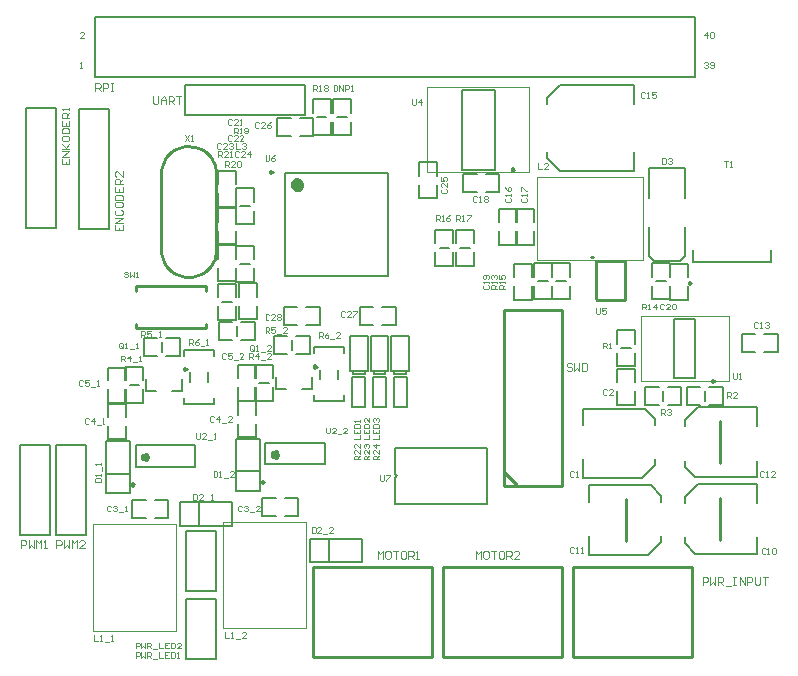
<source format=gto>
G04 Layer_Color=65535*
%FSLAX44Y44*%
%MOMM*%
G71*
G01*
G75*
%ADD36C,0.2000*%
%ADD39C,0.2500*%
%ADD41C,0.4000*%
%ADD42C,0.6000*%
%ADD53C,0.2540*%
%ADD54C,0.2032*%
%ADD55C,0.1000*%
%ADD56C,0.1524*%
%ADD57C,0.1270*%
%ADD58C,0.1200*%
D36*
X289750Y125375D02*
X291375Y127000D01*
X289750Y128625D01*
X22300Y438100D02*
X47700D01*
Y336500D02*
Y438100D01*
X22300Y336500D02*
Y438100D01*
Y336500D02*
X47700D01*
X-22700Y438500D02*
X2700D01*
Y336900D02*
Y438500D01*
X-22700Y336900D02*
Y438500D01*
Y336900D02*
X2700D01*
X196500Y296500D02*
X283500D01*
X196500Y383500D02*
X283500D01*
Y296500D02*
Y383500D01*
X196500Y296500D02*
Y383500D01*
X111500Y432300D02*
Y457700D01*
X213100D01*
X111500Y432300D02*
X213100D01*
Y457700D01*
X492000Y442000D02*
Y458000D01*
Y385000D02*
Y401000D01*
X418000Y396000D02*
Y401000D01*
Y396000D02*
X429000Y385000D01*
X492000D01*
X418000Y442000D02*
Y447000D01*
X429000Y458000D01*
X492000D01*
X374000Y386500D02*
Y453500D01*
X346000Y386500D02*
Y453500D01*
Y386500D02*
X374000D01*
X346000Y453500D02*
X374000D01*
X504500Y388000D02*
X535500D01*
X504500Y313500D02*
X509000Y309000D01*
X531000D02*
X535500Y313500D01*
X509000Y309000D02*
X531000D01*
X504500Y362000D02*
Y388000D01*
X535500Y362000D02*
Y388000D01*
Y313500D02*
Y338000D01*
X504500Y313500D02*
Y338000D01*
X608000Y308500D02*
Y318500D01*
X542000Y308500D02*
X608000D01*
X542000D02*
Y318500D01*
X526000Y260000D02*
X544000D01*
X526000Y210000D02*
X544000D01*
X526000D02*
Y260000D01*
X544000Y210000D02*
Y260000D01*
X535000Y169000D02*
Y174000D01*
X546000Y185000D01*
X596000D01*
X535000Y135000D02*
Y140000D01*
Y135000D02*
X544000Y126000D01*
X596000D01*
Y169000D02*
Y185000D01*
Y126000D02*
Y140000D01*
X515000Y71000D02*
Y76000D01*
X504000Y60000D02*
X515000Y71000D01*
X454000Y60000D02*
X504000D01*
X515000Y105000D02*
Y110000D01*
X506000Y119000D02*
X515000Y110000D01*
X454000Y119000D02*
X506000D01*
X454000Y60000D02*
Y76000D01*
Y105000D02*
Y119000D01*
X535000Y104000D02*
Y109000D01*
X546000Y120000D01*
X596000D01*
X535000Y70000D02*
Y75000D01*
Y70000D02*
X544000Y61000D01*
X596000D01*
Y104000D02*
Y120000D01*
Y61000D02*
Y75000D01*
X510000Y136000D02*
Y141000D01*
X499000Y125000D02*
X510000Y136000D01*
X449000Y125000D02*
X499000D01*
X510000Y170000D02*
Y175000D01*
X501000Y184000D02*
X510000Y175000D01*
X449000Y184000D02*
X501000D01*
X449000Y125000D02*
Y141000D01*
Y170000D02*
Y184000D01*
X289750Y103350D02*
Y125375D01*
Y128625D02*
Y150650D01*
X367750D01*
Y103350D02*
Y150650D01*
X289750Y103350D02*
X367750D01*
X241450Y209000D02*
Y217000D01*
X226450Y209000D02*
Y217000D01*
X246650Y230780D02*
Y235860D01*
X221250D02*
X246650D01*
X221250Y230780D02*
Y235860D01*
X246650Y190140D02*
Y195220D01*
X221250Y190140D02*
X246650D01*
X221250D02*
Y195220D01*
X218950Y201000D02*
Y211000D01*
X210950Y201000D02*
X218950D01*
X188950D02*
Y211000D01*
Y201000D02*
X196950D01*
X179950Y137000D02*
X229950D01*
X179950Y155000D02*
X229950D01*
X179950Y137000D02*
Y155000D01*
X229950Y137000D02*
Y155000D01*
X108950Y199000D02*
Y209000D01*
X100950Y199000D02*
X108950D01*
X78950D02*
Y209000D01*
Y199000D02*
X86950D01*
X131450Y207000D02*
Y215000D01*
X116450Y207000D02*
Y215000D01*
X136650Y228780D02*
Y233860D01*
X111250D02*
X136650D01*
X111250Y228780D02*
Y233860D01*
X136650Y188140D02*
Y193220D01*
X111250Y188140D02*
X136650D01*
X111250D02*
Y193220D01*
X69950Y135000D02*
X119950D01*
X69950Y153000D02*
X119950D01*
X69950Y135000D02*
Y153000D01*
X119950Y135000D02*
Y153000D01*
X112300Y29300D02*
Y80100D01*
Y29300D02*
X137700D01*
Y80100D01*
X112300D02*
X137700D01*
X112300Y-27700D02*
Y23100D01*
Y-27700D02*
X137700D01*
Y23100D01*
X112300D02*
X137700D01*
X2300Y76900D02*
X27700D01*
X2300D02*
Y153100D01*
X27700D01*
Y76900D02*
Y153100D01*
X-27700Y76900D02*
X-2300D01*
X-27700D02*
Y153100D01*
X-2300D01*
Y76900D02*
Y153100D01*
X543814Y464566D02*
Y515366D01*
X35814Y464566D02*
Y515366D01*
X543814D01*
X35814Y464566D02*
X543814D01*
D39*
X186000Y384250D02*
X184125Y385333D01*
Y383167D01*
X186000Y384250D01*
X390250Y386500D02*
X388375Y387583D01*
Y385417D01*
X390250Y386500D01*
X540450Y290500D02*
X538575Y291583D01*
Y289417D01*
X540450Y290500D01*
X560250Y207450D02*
X558375Y208533D01*
Y206367D01*
X560250Y207450D01*
X223200Y219500D02*
X221325Y220583D01*
Y218417D01*
X223200Y219500D01*
X178650Y122000D02*
X176775Y123083D01*
Y120918D01*
X178650Y122000D01*
X113200Y217500D02*
X111325Y218582D01*
Y216417D01*
X113200Y217500D01*
X68650Y120000D02*
X66775Y121082D01*
Y118917D01*
X68650Y120000D01*
D41*
X189950Y145000D02*
X188568Y146902D01*
X186332Y146176D01*
Y143825D01*
X188568Y143098D01*
X189950Y145000D01*
X79950Y143000D02*
X78568Y144902D01*
X76332Y144176D01*
Y141824D01*
X78568Y141098D01*
X79950Y143000D01*
D42*
X209500Y373500D02*
X208370Y375845D01*
X205832Y376425D01*
X203797Y374802D01*
Y372198D01*
X205832Y370575D01*
X208370Y371155D01*
X209500Y373500D01*
D53*
X138132Y383260D02*
X137989Y385819D01*
X137559Y388346D01*
X136849Y390810D01*
X135868Y393178D01*
X134628Y395422D01*
X133145Y397513D01*
X131437Y399424D01*
X129525Y401132D01*
X127435Y402616D01*
X125191Y403856D01*
X122823Y404837D01*
X120359Y405546D01*
X117832Y405976D01*
X115272Y406120D01*
Y295620D02*
X117832Y295763D01*
X120359Y296193D01*
X122823Y296902D01*
X125191Y297883D01*
X127435Y299123D01*
X129525Y300607D01*
X131437Y302315D01*
X133145Y304226D01*
X134628Y306317D01*
X135868Y308561D01*
X136849Y310929D01*
X137559Y313393D01*
X137989Y315920D01*
X138132Y318479D01*
X114490Y406121D02*
X111931Y405978D01*
X109403Y405548D01*
X106940Y404838D01*
X104572Y403857D01*
X102328Y402617D01*
X100237Y401134D01*
X98326Y399426D01*
X96618Y397514D01*
X95134Y395424D01*
X93894Y393180D01*
X92913Y390812D01*
X92204Y388348D01*
X91774Y385821D01*
X91630Y383261D01*
X91632Y318479D02*
X91776Y315920D01*
X92205Y313393D01*
X92915Y310929D01*
X93896Y308561D01*
X95136Y306317D01*
X96619Y304226D01*
X98328Y302315D01*
X100239Y300607D01*
X102330Y299123D01*
X104573Y297883D01*
X106942Y296902D01*
X109405Y296193D01*
X111932Y295763D01*
X114492Y295620D01*
X330000Y50000D02*
X430978D01*
Y-26000D02*
Y50000D01*
X330000Y-26000D02*
X430978D01*
X330000D02*
Y50000D01*
X220000D02*
X320978D01*
Y-26000D02*
Y50000D01*
X220000Y-26000D02*
X320978D01*
X220000D02*
Y50000D01*
X138132Y318479D02*
Y383260D01*
X91630Y318479D02*
Y383261D01*
X565001Y137719D02*
Y173279D01*
X484999Y71721D02*
Y107281D01*
X565001Y72719D02*
Y108279D01*
X460000Y277000D02*
Y309000D01*
Y277000D02*
X461000Y276000D01*
X484000D01*
Y309000D01*
X460000D02*
X484000D01*
X456000Y312000D02*
X457000D01*
X381750Y130500D02*
X393250Y119000D01*
X381749Y267750D02*
X430750D01*
X381749Y118750D02*
Y267750D01*
Y118750D02*
X430750D01*
Y267750D01*
X130000Y252500D02*
Y256000D01*
X70000Y252500D02*
Y256000D01*
Y252500D02*
X130000D01*
X70000Y284000D02*
Y287500D01*
X130000Y284000D02*
Y287500D01*
X70000D02*
X130000D01*
X440000Y50000D02*
X540978D01*
Y-26000D02*
Y50000D01*
X440000Y-26000D02*
X540978D01*
X440000D02*
Y50000D01*
D54*
X140360Y242344D02*
Y257584D01*
X151790D01*
X159410D02*
X170840D01*
Y242344D02*
Y257584D01*
X159410Y242344D02*
X170840D01*
X140360D02*
X151790D01*
X155600Y245900D02*
Y254100D01*
X172620Y278210D02*
Y290120D01*
X157380D02*
X172620D01*
X157380Y278210D02*
Y290120D01*
Y259640D02*
Y270590D01*
Y259640D02*
X172620D01*
Y270590D01*
X139844Y289640D02*
X155084D01*
Y278210D02*
Y289640D01*
Y259160D02*
Y270590D01*
X139844Y259160D02*
X155084D01*
X139844D02*
Y270590D01*
Y278210D02*
Y289640D01*
X143400Y274400D02*
X151600D01*
X154916Y291660D02*
X170156D01*
X154916D02*
Y303090D01*
Y310710D02*
Y322140D01*
X170156D01*
Y310710D02*
Y322140D01*
Y291660D02*
Y303090D01*
X158400Y306900D02*
X166600D01*
X155120Y310710D02*
Y322620D01*
X139880D02*
X155120D01*
X139880Y310710D02*
Y322620D01*
Y292140D02*
Y303090D01*
Y292140D02*
X155120D01*
Y303090D01*
X155120Y341910D02*
Y353820D01*
X139880D02*
X155120D01*
X139880Y341910D02*
Y353820D01*
Y323340D02*
Y334290D01*
Y323340D02*
X155120D01*
Y334290D01*
X154916Y340360D02*
X170156D01*
X154916D02*
Y351790D01*
Y359410D02*
Y370840D01*
X170156D01*
Y359410D02*
Y370840D01*
Y340360D02*
Y351790D01*
X158400Y355600D02*
X166600D01*
X139880Y354880D02*
Y366790D01*
Y354880D02*
X155120D01*
Y366790D01*
Y374410D02*
Y385360D01*
X139880D02*
X155120D01*
X139880Y374410D02*
Y385360D01*
X189880Y430120D02*
X201790D01*
X189880Y414880D02*
Y430120D01*
Y414880D02*
X201790D01*
X209410D02*
X220360D01*
Y430120D01*
X209410D02*
X220360D01*
X522380Y276180D02*
Y288090D01*
Y276180D02*
X537620D01*
Y288090D01*
Y295710D02*
Y306660D01*
X522380D02*
X537620D01*
X522380Y295710D02*
Y306660D01*
X507416Y276660D02*
X522656D01*
X507416D02*
Y288090D01*
Y295710D02*
Y307140D01*
X522656D01*
Y295710D02*
Y307140D01*
Y276660D02*
Y288090D01*
X510900Y291900D02*
X519100D01*
X601910Y232380D02*
X613820D01*
Y247620D01*
X601910D02*
X613820D01*
X583340D02*
X594290D01*
X583340Y232380D02*
Y247620D01*
Y232380D02*
X594290D01*
X501660Y187344D02*
Y202584D01*
X513090D01*
X520710D02*
X532140D01*
Y187344D02*
Y202584D01*
X520710Y187344D02*
X532140D01*
X501660D02*
X513090D01*
X516900Y190900D02*
Y199100D01*
X536660Y187344D02*
Y202584D01*
X548090D01*
X555710D02*
X567140D01*
Y187344D02*
Y202584D01*
X555710Y187344D02*
X567140D01*
X536660D02*
X548090D01*
X551900Y190900D02*
Y199100D01*
X477380Y187380D02*
Y199290D01*
Y187380D02*
X492620D01*
Y199290D01*
Y206910D02*
Y217860D01*
X477380D02*
X492620D01*
X477380Y206910D02*
Y217860D01*
X477344Y250340D02*
X492584D01*
Y238910D02*
Y250340D01*
Y219860D02*
Y231290D01*
X477344Y219860D02*
X492584D01*
X477344D02*
Y231290D01*
Y238910D02*
Y250340D01*
X480900Y235100D02*
X489100D01*
X392380Y322380D02*
Y334290D01*
Y322380D02*
X407620D01*
Y334290D01*
Y341910D02*
Y352860D01*
X392380D02*
X407620D01*
X392380Y341910D02*
Y352860D01*
X377380Y322380D02*
Y334290D01*
Y322380D02*
X392620D01*
Y334290D01*
Y341910D02*
Y352860D01*
X377380D02*
X392620D01*
X377380Y341910D02*
Y352860D01*
X347380Y382620D02*
X359290D01*
X347380Y367380D02*
Y382620D01*
Y367380D02*
X359290D01*
X366910D02*
X377860D01*
Y382620D01*
X366910D02*
X377860D01*
X325120Y380710D02*
Y392620D01*
X309880D02*
X325120D01*
X309880Y380710D02*
Y392620D01*
Y362140D02*
Y373090D01*
Y362140D02*
X325120D01*
Y373090D01*
X422344Y307140D02*
X437584D01*
Y295710D02*
Y307140D01*
Y276660D02*
Y288090D01*
X422344Y276660D02*
X437584D01*
X422344D02*
Y288090D01*
Y295710D02*
Y307140D01*
X425900Y291900D02*
X434100D01*
X407416Y276660D02*
X422656D01*
X407416D02*
Y288090D01*
Y295710D02*
Y307140D01*
X422656D01*
Y295710D02*
Y307140D01*
Y276660D02*
Y288090D01*
X410900Y291900D02*
X419100D01*
X390380Y276380D02*
Y288290D01*
Y276380D02*
X405620D01*
Y288290D01*
Y295910D02*
Y306860D01*
X390380D02*
X405620D01*
X390380Y295910D02*
Y306860D01*
X278210Y254880D02*
X290120D01*
Y270120D01*
X278210D02*
X290120D01*
X259640D02*
X270590D01*
X259640Y254880D02*
Y270120D01*
Y254880D02*
X270590D01*
X214410D02*
X226320D01*
Y270120D01*
X214410D02*
X226320D01*
X195840D02*
X206790D01*
X195840Y254880D02*
Y270120D01*
Y254880D02*
X206790D01*
X186810Y230344D02*
Y245584D01*
X198240D01*
X205860D02*
X217290D01*
Y230344D02*
Y245584D01*
X205860Y230344D02*
X217290D01*
X186810D02*
X198240D01*
X202050Y233900D02*
Y242100D01*
X171366Y190860D02*
X186606D01*
X171366D02*
Y202290D01*
Y209910D02*
Y221340D01*
X186606D01*
Y209910D02*
Y221340D01*
Y190860D02*
Y202290D01*
X174850Y206100D02*
X183050D01*
X156330Y190380D02*
Y202290D01*
Y190380D02*
X171570D01*
Y202290D01*
Y209910D02*
Y220860D01*
X156330D02*
X171570D01*
X156330Y209910D02*
Y220860D01*
X171570Y178710D02*
Y190620D01*
X156330D02*
X171570D01*
X156330Y178710D02*
Y190620D01*
Y160140D02*
Y171090D01*
Y160140D02*
X171570D01*
Y171090D01*
X76810Y228344D02*
Y243584D01*
X88240D01*
X95860D02*
X107290D01*
Y228344D02*
Y243584D01*
X95860Y228344D02*
X107290D01*
X76810D02*
X88240D01*
X92050Y231900D02*
Y240100D01*
X61366Y188860D02*
X76606D01*
X61366D02*
Y200290D01*
Y207910D02*
Y219340D01*
X76606D01*
Y207910D02*
Y219340D01*
Y188860D02*
Y200290D01*
X64850Y204100D02*
X73050D01*
X46330Y188380D02*
Y200290D01*
Y188380D02*
X61570D01*
Y200290D01*
Y207910D02*
Y218860D01*
X46330D02*
X61570D01*
X46330Y207910D02*
Y218860D01*
X61570Y176710D02*
Y188620D01*
X46330D02*
X61570D01*
X46330Y176710D02*
Y188620D01*
Y158140D02*
Y169090D01*
Y158140D02*
X61570D01*
Y169090D01*
X177330Y108620D02*
X189240D01*
X177330Y93380D02*
Y108620D01*
Y93380D02*
X189240D01*
X196860D02*
X207810D01*
Y108620D01*
X196860D02*
X207810D01*
X67330Y106620D02*
X79240D01*
X67330Y91380D02*
Y106620D01*
Y91380D02*
X79240D01*
X86860D02*
X97810D01*
Y106620D01*
X86860D02*
X97810D01*
X219916Y415360D02*
X235156D01*
X219916D02*
Y426790D01*
Y434410D02*
Y445840D01*
X235156D01*
Y434410D02*
Y445840D01*
Y415360D02*
Y426790D01*
X223400Y430600D02*
X231600D01*
X237344Y445840D02*
X252584D01*
Y434410D02*
Y445840D01*
Y415360D02*
Y426790D01*
X237344Y415360D02*
X252584D01*
X237344D02*
Y426790D01*
Y434410D02*
Y445840D01*
X240900Y430600D02*
X249100D01*
X341416Y304860D02*
X356656D01*
X341416D02*
Y316290D01*
Y323910D02*
Y335340D01*
X356656D01*
Y323910D02*
Y335340D01*
Y304860D02*
Y316290D01*
X344900Y320100D02*
X353100D01*
X323916Y304860D02*
X339156D01*
X323916D02*
Y316290D01*
Y323910D02*
Y335340D01*
X339156D01*
Y323910D02*
Y335340D01*
Y304860D02*
Y316290D01*
X327400Y320100D02*
X335600D01*
D55*
X403500Y384000D02*
Y456000D01*
X316500Y384000D02*
Y456000D01*
Y384000D02*
X403500D01*
X316500Y456000D02*
X403500D01*
X497500Y207500D02*
Y262500D01*
X572500D01*
X497500Y207500D02*
X572500D01*
Y262500D01*
X213950Y-2000D02*
Y88000D01*
X143950Y-2000D02*
X213950D01*
X143950D02*
Y88000D01*
X213950D01*
X103950Y-4000D02*
Y86000D01*
X33950Y-4000D02*
X103950D01*
X33950D02*
Y86000D01*
X103950D01*
X410000Y310000D02*
X500000D01*
X410000D02*
Y380000D01*
X500000D01*
Y310000D02*
Y380000D01*
D56*
X289000Y213000D02*
Y215500D01*
Y213000D02*
X299000D01*
Y215500D01*
X301500D02*
Y245500D01*
X286500Y215500D02*
X301500D01*
X286500D02*
Y245500D01*
X301500D01*
X271500Y213000D02*
Y215500D01*
Y213000D02*
X281500D01*
Y215500D01*
X284000D02*
Y245500D01*
X269000Y215500D02*
X284000D01*
X269000D02*
Y245500D01*
X284000D01*
X254000Y213000D02*
Y215500D01*
Y213000D02*
X264000D01*
Y215500D01*
X266500D02*
Y245500D01*
X251500Y215500D02*
X266500D01*
X251500D02*
Y245500D01*
X266500D01*
D57*
X299500Y208500D02*
Y210500D01*
X288500D02*
X299500D01*
X288500Y208500D02*
Y210500D01*
X299500Y185500D02*
Y187500D01*
X288500Y185500D02*
X299500D01*
X288500D02*
Y187500D01*
Y208500D01*
X299500Y187500D02*
Y208500D01*
X282000D02*
Y210500D01*
X271000D02*
X282000D01*
X271000Y208500D02*
Y210500D01*
X282000Y185500D02*
Y187500D01*
X271000Y185500D02*
X282000D01*
X271000D02*
Y187500D01*
Y208500D01*
X282000Y187500D02*
Y208500D01*
X264500D02*
Y210500D01*
X253500D02*
X264500D01*
X253500Y208500D02*
Y210500D01*
X264500Y185500D02*
Y187500D01*
X253500Y185500D02*
X264500D01*
X253500D02*
Y187500D01*
Y208500D01*
X264500Y187500D02*
Y208500D01*
X44950Y129000D02*
X64950D01*
X44950Y112500D02*
X64950D01*
X62450Y156500D02*
X64950D01*
Y154000D02*
Y156500D01*
X44950D02*
X62450D01*
X44950Y154000D02*
Y156500D01*
X64950Y112500D02*
Y116500D01*
X44950Y112500D02*
Y116500D01*
X64950D02*
Y154000D01*
X44950Y116500D02*
Y154000D01*
X154950Y131000D02*
X174950D01*
X154950Y114500D02*
X174950D01*
X172450Y158500D02*
X174950D01*
Y156000D02*
Y158500D01*
X154950D02*
X172450D01*
X154950Y156000D02*
Y158500D01*
X174950Y114500D02*
Y118500D01*
X154950Y114500D02*
Y118500D01*
X174950D02*
Y156000D01*
X154950Y118500D02*
Y156000D01*
X234000Y54000D02*
Y74000D01*
X217500Y54000D02*
Y74000D01*
X261500Y54000D02*
Y56500D01*
X259000Y54000D02*
X261500D01*
Y56500D02*
Y74000D01*
X259000D02*
X261500D01*
X217500Y54000D02*
X221500D01*
X217500Y74000D02*
X221500D01*
Y54000D02*
X259000D01*
X221500Y74000D02*
X259000D01*
X124000Y85000D02*
Y105000D01*
X107500Y85000D02*
Y105000D01*
X151500Y85000D02*
Y87500D01*
X149000Y85000D02*
X151500D01*
Y87500D02*
Y105000D01*
X149000D02*
X151500D01*
X107500Y85000D02*
X111500D01*
X107500Y105000D02*
X111500D01*
Y85000D02*
X149000D01*
X111500Y105000D02*
X149000D01*
D58*
X358000Y57000D02*
Y63498D01*
X360166Y61332D01*
X362332Y63498D01*
Y57000D01*
X367747Y63498D02*
X365581D01*
X364498Y62415D01*
Y58083D01*
X365581Y57000D01*
X367747D01*
X368830Y58083D01*
Y62415D01*
X367747Y63498D01*
X370996D02*
X375328D01*
X373162D01*
Y57000D01*
X380743Y63498D02*
X378577D01*
X377494Y62415D01*
Y58083D01*
X378577Y57000D01*
X380743D01*
X381826Y58083D01*
Y62415D01*
X380743Y63498D01*
X383992Y57000D02*
Y63498D01*
X387241D01*
X388324Y62415D01*
Y60249D01*
X387241Y59166D01*
X383992D01*
X386158D02*
X388324Y57000D01*
X394822D02*
X390490D01*
X394822Y61332D01*
Y62415D01*
X393739Y63498D01*
X391572D01*
X390490Y62415D01*
X275000Y57000D02*
Y63498D01*
X277166Y61332D01*
X279332Y63498D01*
Y57000D01*
X284747Y63498D02*
X282581D01*
X281498Y62415D01*
Y58083D01*
X282581Y57000D01*
X284747D01*
X285830Y58083D01*
Y62415D01*
X284747Y63498D01*
X287996D02*
X292328D01*
X290162D01*
Y57000D01*
X297743Y63498D02*
X295577D01*
X294494Y62415D01*
Y58083D01*
X295577Y57000D01*
X297743D01*
X298826Y58083D01*
Y62415D01*
X297743Y63498D01*
X300992Y57000D02*
Y63498D01*
X304241D01*
X305324Y62415D01*
Y60249D01*
X304241Y59166D01*
X300992D01*
X303158D02*
X305324Y57000D01*
X307489D02*
X309655D01*
X308573D01*
Y63498D01*
X307489Y62415D01*
X146000Y389000D02*
Y393998D01*
X148499D01*
X149332Y393165D01*
Y391499D01*
X148499Y390666D01*
X146000D01*
X147666D02*
X149332Y389000D01*
X154331D02*
X150998D01*
X154331Y392332D01*
Y393165D01*
X153497Y393998D01*
X151831D01*
X150998Y393165D01*
X155997D02*
X156830Y393998D01*
X158496D01*
X159329Y393165D01*
Y389833D01*
X158496Y389000D01*
X156830D01*
X155997Y389833D01*
Y393165D01*
X157332Y401165D02*
X156499Y401998D01*
X154833D01*
X154000Y401165D01*
Y397833D01*
X154833Y397000D01*
X156499D01*
X157332Y397833D01*
X162331Y397000D02*
X158998D01*
X162331Y400332D01*
Y401165D01*
X161497Y401998D01*
X159831D01*
X158998Y401165D01*
X166496Y397000D02*
Y401998D01*
X163997Y399499D01*
X167329D01*
X140000Y397000D02*
Y401998D01*
X142499D01*
X143332Y401165D01*
Y399499D01*
X142499Y398666D01*
X140000D01*
X141666D02*
X143332Y397000D01*
X148331D02*
X144998D01*
X148331Y400332D01*
Y401165D01*
X147498Y401998D01*
X145831D01*
X144998Y401165D01*
X149997Y397000D02*
X151663D01*
X150830D01*
Y401998D01*
X149997Y401165D01*
X155000Y408998D02*
Y404000D01*
X158332D01*
X159998Y408165D02*
X160831Y408998D01*
X162498D01*
X163331Y408165D01*
Y407332D01*
X162498Y406499D01*
X161665D01*
X162498D01*
X163331Y405666D01*
Y404833D01*
X162498Y404000D01*
X160831D01*
X159998Y404833D01*
X142332Y408165D02*
X141499Y408998D01*
X139833D01*
X139000Y408165D01*
Y404833D01*
X139833Y404000D01*
X141499D01*
X142332Y404833D01*
X147331Y404000D02*
X143998D01*
X147331Y407332D01*
Y408165D01*
X146497Y408998D01*
X144831D01*
X143998Y408165D01*
X148997D02*
X149830Y408998D01*
X151496D01*
X152329Y408165D01*
Y407332D01*
X151496Y406499D01*
X150663D01*
X151496D01*
X152329Y405666D01*
Y404833D01*
X151496Y404000D01*
X149830D01*
X148997Y404833D01*
X151332Y415165D02*
X150499Y415998D01*
X148833D01*
X148000Y415165D01*
Y411833D01*
X148833Y411000D01*
X150499D01*
X151332Y411833D01*
X156331Y411000D02*
X152998D01*
X156331Y414332D01*
Y415165D01*
X155498Y415998D01*
X153831D01*
X152998Y415165D01*
X161329Y411000D02*
X157997D01*
X161329Y414332D01*
Y415165D01*
X160496Y415998D01*
X158830D01*
X157997Y415165D01*
X153000Y417000D02*
Y421998D01*
X155499D01*
X156332Y421165D01*
Y419499D01*
X155499Y418666D01*
X153000D01*
X154666D02*
X156332Y417000D01*
X157998D02*
X159664D01*
X158831D01*
Y421998D01*
X157998Y421165D01*
X162164Y417833D02*
X162997Y417000D01*
X164663D01*
X165496Y417833D01*
Y421165D01*
X164663Y421998D01*
X162997D01*
X162164Y421165D01*
Y420332D01*
X162997Y419499D01*
X165496D01*
X151332Y428165D02*
X150499Y428998D01*
X148833D01*
X148000Y428165D01*
Y424833D01*
X148833Y424000D01*
X150499D01*
X151332Y424833D01*
X156331Y424000D02*
X152998D01*
X156331Y427332D01*
Y428165D01*
X155498Y428998D01*
X153831D01*
X152998Y428165D01*
X157997Y424000D02*
X159663D01*
X158830D01*
Y428998D01*
X157997Y428165D01*
X112000Y415998D02*
X115332Y411000D01*
Y415998D02*
X112000Y411000D01*
X116998D02*
X118665D01*
X117831D01*
Y415998D01*
X116998Y415165D01*
X52502Y339332D02*
Y335000D01*
X59000D01*
Y339332D01*
X55751Y335000D02*
Y337166D01*
X59000Y341498D02*
X52502D01*
X59000Y345830D01*
X52502D01*
X53585Y352328D02*
X52502Y351245D01*
Y349079D01*
X53585Y347996D01*
X57917D01*
X59000Y349079D01*
Y351245D01*
X57917Y352328D01*
X52502Y357743D02*
Y355577D01*
X53585Y354494D01*
X57917D01*
X59000Y355577D01*
Y357743D01*
X57917Y358826D01*
X53585D01*
X52502Y357743D01*
Y360992D02*
X59000D01*
Y364241D01*
X57917Y365324D01*
X53585D01*
X52502Y364241D01*
Y360992D01*
Y371822D02*
Y367490D01*
X59000D01*
Y371822D01*
X55751Y367490D02*
Y369655D01*
X59000Y373987D02*
X52502D01*
Y377236D01*
X53585Y378319D01*
X55751D01*
X56834Y377236D01*
Y373987D01*
Y376153D02*
X59000Y378319D01*
Y384817D02*
Y380485D01*
X54668Y384817D01*
X53585D01*
X52502Y383734D01*
Y381568D01*
X53585Y380485D01*
X7502Y395332D02*
Y391000D01*
X14000D01*
Y395332D01*
X10751Y391000D02*
Y393166D01*
X14000Y397498D02*
X7502D01*
X14000Y401830D01*
X7502D01*
Y403996D02*
X14000D01*
X11834D01*
X7502Y408328D01*
X10751Y405079D01*
X14000Y408328D01*
X7502Y413743D02*
Y411577D01*
X8585Y410494D01*
X12917D01*
X14000Y411577D01*
Y413743D01*
X12917Y414826D01*
X8585D01*
X7502Y413743D01*
Y416992D02*
X14000D01*
Y420241D01*
X12917Y421324D01*
X8585D01*
X7502Y420241D01*
Y416992D01*
Y427822D02*
Y423489D01*
X14000D01*
Y427822D01*
X10751Y423489D02*
Y425656D01*
X14000Y429987D02*
X7502D01*
Y433236D01*
X8585Y434319D01*
X10751D01*
X11834Y433236D01*
Y429987D01*
Y432153D02*
X14000Y434319D01*
Y436485D02*
Y438651D01*
Y437568D01*
X7502D01*
X8585Y436485D01*
X180000Y398998D02*
Y394833D01*
X180833Y394000D01*
X182499D01*
X183332Y394833D01*
Y398998D01*
X188331D02*
X186665Y398165D01*
X184998Y396499D01*
Y394833D01*
X185831Y394000D01*
X187498D01*
X188331Y394833D01*
Y395666D01*
X187498Y396499D01*
X184998D01*
X174332Y426165D02*
X173499Y426998D01*
X171833D01*
X171000Y426165D01*
Y422833D01*
X171833Y422000D01*
X173499D01*
X174332Y422833D01*
X179331Y422000D02*
X175998D01*
X179331Y425332D01*
Y426165D01*
X178498Y426998D01*
X176831D01*
X175998Y426165D01*
X184329Y426998D02*
X182663Y426165D01*
X180997Y424499D01*
Y422833D01*
X181830Y422000D01*
X183496D01*
X184329Y422833D01*
Y423666D01*
X183496Y424499D01*
X180997D01*
X85000Y448498D02*
Y443083D01*
X86083Y442000D01*
X88249D01*
X89332Y443083D01*
Y448498D01*
X91498Y442000D02*
Y446332D01*
X93664Y448498D01*
X95830Y446332D01*
Y442000D01*
Y445249D01*
X91498D01*
X97996Y442000D02*
Y448498D01*
X101245D01*
X102328Y447415D01*
Y445249D01*
X101245Y444166D01*
X97996D01*
X100162D02*
X102328Y442000D01*
X104494Y448498D02*
X108826D01*
X106660D01*
Y442000D01*
X501332Y451165D02*
X500499Y451998D01*
X498833D01*
X498000Y451165D01*
Y447833D01*
X498833Y447000D01*
X500499D01*
X501332Y447833D01*
X502998Y447000D02*
X504664D01*
X503831D01*
Y451998D01*
X502998Y451165D01*
X510496Y451998D02*
X507164D01*
Y449499D01*
X508830Y450332D01*
X509663D01*
X510496Y449499D01*
Y447833D01*
X509663Y447000D01*
X507997D01*
X507164Y447833D01*
X304000Y445998D02*
Y441833D01*
X304833Y441000D01*
X306499D01*
X307332Y441833D01*
Y445998D01*
X311497Y441000D02*
Y445998D01*
X308998Y443499D01*
X312331D01*
X516000Y395998D02*
Y391000D01*
X518499D01*
X519332Y391833D01*
Y395165D01*
X518499Y395998D01*
X516000D01*
X520998Y395165D02*
X521831Y395998D01*
X523498D01*
X524331Y395165D01*
Y394332D01*
X523498Y393499D01*
X522664D01*
X523498D01*
X524331Y392666D01*
Y391833D01*
X523498Y391000D01*
X521831D01*
X520998Y391833D01*
X568000Y393998D02*
X571332D01*
X569666D01*
Y389000D01*
X572998D02*
X574664D01*
X573831D01*
Y393998D01*
X572998Y393165D01*
X517332Y272165D02*
X516499Y272998D01*
X514833D01*
X514000Y272165D01*
Y268833D01*
X514833Y268000D01*
X516499D01*
X517332Y268833D01*
X522331Y268000D02*
X518998D01*
X522331Y271332D01*
Y272165D01*
X521497Y272998D01*
X519831D01*
X518998Y272165D01*
X523997D02*
X524830Y272998D01*
X526496D01*
X527329Y272165D01*
Y268833D01*
X526496Y268000D01*
X524830D01*
X523997Y268833D01*
Y272165D01*
X499000Y268000D02*
Y272998D01*
X501499D01*
X502332Y272165D01*
Y270499D01*
X501499Y269666D01*
X499000D01*
X500666D02*
X502332Y268000D01*
X503998D02*
X505664D01*
X504831D01*
Y272998D01*
X503998Y272165D01*
X510663Y268000D02*
Y272998D01*
X508164Y270499D01*
X511496D01*
X576000Y213998D02*
Y209833D01*
X576833Y209000D01*
X578499D01*
X579332Y209833D01*
Y213998D01*
X580998Y209000D02*
X582664D01*
X581831D01*
Y213998D01*
X580998Y213165D01*
X597332Y256165D02*
X596499Y256998D01*
X594833D01*
X594000Y256165D01*
Y252833D01*
X594833Y252000D01*
X596499D01*
X597332Y252833D01*
X598998Y252000D02*
X600664D01*
X599831D01*
Y256998D01*
X598998Y256165D01*
X603164D02*
X603997Y256998D01*
X605663D01*
X606496Y256165D01*
Y255332D01*
X605663Y254499D01*
X604830D01*
X605663D01*
X606496Y253666D01*
Y252833D01*
X605663Y252000D01*
X603997D01*
X603164Y252833D01*
X515000Y179000D02*
Y183998D01*
X517499D01*
X518332Y183165D01*
Y181499D01*
X517499Y180666D01*
X515000D01*
X516666D02*
X518332Y179000D01*
X519998Y183165D02*
X520831Y183998D01*
X522498D01*
X523331Y183165D01*
Y182332D01*
X522498Y181499D01*
X521665D01*
X522498D01*
X523331Y180666D01*
Y179833D01*
X522498Y179000D01*
X520831D01*
X519998Y179833D01*
X571000Y193000D02*
Y197998D01*
X573499D01*
X574332Y197165D01*
Y195499D01*
X573499Y194666D01*
X571000D01*
X572666D02*
X574332Y193000D01*
X579331D02*
X575998D01*
X579331Y196332D01*
Y197165D01*
X578498Y197998D01*
X576831D01*
X575998Y197165D01*
X602332Y130165D02*
X601499Y130998D01*
X599833D01*
X599000Y130165D01*
Y126833D01*
X599833Y126000D01*
X601499D01*
X602332Y126833D01*
X603998Y126000D02*
X605664D01*
X604831D01*
Y130998D01*
X603998Y130165D01*
X611496Y126000D02*
X608164D01*
X611496Y129332D01*
Y130165D01*
X610663Y130998D01*
X608997D01*
X608164Y130165D01*
X441332Y66165D02*
X440499Y66998D01*
X438833D01*
X438000Y66165D01*
Y62833D01*
X438833Y62000D01*
X440499D01*
X441332Y62833D01*
X442998Y62000D02*
X444664D01*
X443831D01*
Y66998D01*
X442998Y66165D01*
X447164Y62000D02*
X448830D01*
X447997D01*
Y66998D01*
X447164Y66165D01*
X603332Y65165D02*
X602499Y65998D01*
X600833D01*
X600000Y65165D01*
Y61833D01*
X600833Y61000D01*
X602499D01*
X603332Y61833D01*
X604998Y61000D02*
X606665D01*
X605831D01*
Y65998D01*
X604998Y65165D01*
X609164D02*
X609997Y65998D01*
X611663D01*
X612496Y65165D01*
Y61833D01*
X611663Y61000D01*
X609997D01*
X609164Y61833D01*
Y65165D01*
X441332Y130165D02*
X440499Y130998D01*
X438833D01*
X438000Y130165D01*
Y126833D01*
X438833Y126000D01*
X440499D01*
X441332Y126833D01*
X442998Y126000D02*
X444664D01*
X443831D01*
Y130998D01*
X442998Y130165D01*
X469332Y200165D02*
X468499Y200998D01*
X466833D01*
X466000Y200165D01*
Y196833D01*
X466833Y196000D01*
X468499D01*
X469332Y196833D01*
X474331Y196000D02*
X470998D01*
X474331Y199332D01*
Y200165D01*
X473498Y200998D01*
X471831D01*
X470998Y200165D01*
X466000Y235000D02*
Y239998D01*
X468499D01*
X469332Y239165D01*
Y237499D01*
X468499Y236666D01*
X466000D01*
X467666D02*
X469332Y235000D01*
X470998D02*
X472664D01*
X471831D01*
Y239998D01*
X470998Y239165D01*
X460000Y268998D02*
Y264833D01*
X460833Y264000D01*
X462499D01*
X463332Y264833D01*
Y268998D01*
X468331D02*
X464998D01*
Y266499D01*
X466665Y267332D01*
X467497D01*
X468331Y266499D01*
Y264833D01*
X467497Y264000D01*
X465831D01*
X464998Y264833D01*
X396835Y362332D02*
X396002Y361499D01*
Y359833D01*
X396835Y359000D01*
X400167D01*
X401000Y359833D01*
Y361499D01*
X400167Y362332D01*
X401000Y363998D02*
Y365664D01*
Y364831D01*
X396002D01*
X396835Y363998D01*
X396002Y368164D02*
Y371496D01*
X396835D01*
X400167Y368164D01*
X401000D01*
X383835Y362332D02*
X383002Y361499D01*
Y359833D01*
X383835Y359000D01*
X387167D01*
X388000Y359833D01*
Y361499D01*
X387167Y362332D01*
X388000Y363998D02*
Y365664D01*
Y364831D01*
X383002D01*
X383835Y363998D01*
X383002Y371496D02*
X383835Y369830D01*
X385501Y368164D01*
X387167D01*
X388000Y368997D01*
Y370663D01*
X387167Y371496D01*
X386334D01*
X385501Y370663D01*
Y368164D01*
X359332Y363165D02*
X358499Y363998D01*
X356833D01*
X356000Y363165D01*
Y359833D01*
X356833Y359000D01*
X358499D01*
X359332Y359833D01*
X360998Y359000D02*
X362664D01*
X361831D01*
Y363998D01*
X360998Y363165D01*
X365164D02*
X365997Y363998D01*
X367663D01*
X368496Y363165D01*
Y362332D01*
X367663Y361499D01*
X368496Y360666D01*
Y359833D01*
X367663Y359000D01*
X365997D01*
X365164Y359833D01*
Y360666D01*
X365997Y361499D01*
X365164Y362332D01*
Y363165D01*
X365997Y361499D02*
X367663D01*
X329835Y370332D02*
X329002Y369499D01*
Y367833D01*
X329835Y367000D01*
X333167D01*
X334000Y367833D01*
Y369499D01*
X333167Y370332D01*
X334000Y375331D02*
Y371998D01*
X330668Y375331D01*
X329835D01*
X329002Y374497D01*
Y372831D01*
X329835Y371998D01*
X329002Y380329D02*
Y376997D01*
X331501D01*
X330668Y378663D01*
Y379496D01*
X331501Y380329D01*
X333167D01*
X334000Y379496D01*
Y377830D01*
X333167Y376997D01*
X383000Y285000D02*
X378002D01*
Y287499D01*
X378835Y288332D01*
X380501D01*
X381334Y287499D01*
Y285000D01*
Y286666D02*
X383000Y288332D01*
Y289998D02*
Y291665D01*
Y290831D01*
X378002D01*
X378835Y289998D01*
X378002Y297496D02*
Y294164D01*
X380501D01*
X379668Y295830D01*
Y296663D01*
X380501Y297496D01*
X382167D01*
X383000Y296663D01*
Y294997D01*
X382167Y294164D01*
X439332Y221415D02*
X438249Y222498D01*
X436083D01*
X435000Y221415D01*
Y220332D01*
X436083Y219249D01*
X438249D01*
X439332Y218166D01*
Y217083D01*
X438249Y216000D01*
X436083D01*
X435000Y217083D01*
X441498Y222498D02*
Y216000D01*
X443664Y218166D01*
X445830Y216000D01*
Y222498D01*
X447996D02*
Y216000D01*
X451245D01*
X452328Y217083D01*
Y221415D01*
X451245Y222498D01*
X447996D01*
X376000Y285000D02*
X371002D01*
Y287499D01*
X371835Y288332D01*
X373501D01*
X374334Y287499D01*
Y285000D01*
Y286666D02*
X376000Y288332D01*
Y289998D02*
Y291665D01*
Y290831D01*
X371002D01*
X371835Y289998D01*
Y294164D02*
X371002Y294997D01*
Y296663D01*
X371835Y297496D01*
X372668D01*
X373501Y296663D01*
Y295830D01*
Y296663D01*
X374334Y297496D01*
X375167D01*
X376000Y296663D01*
Y294997D01*
X375167Y294164D01*
X364835Y288332D02*
X364002Y287499D01*
Y285833D01*
X364835Y285000D01*
X368167D01*
X369000Y285833D01*
Y287499D01*
X368167Y288332D01*
X369000Y289998D02*
Y291665D01*
Y290831D01*
X364002D01*
X364835Y289998D01*
X368167Y294164D02*
X369000Y294997D01*
Y296663D01*
X368167Y297496D01*
X364835D01*
X364002Y296663D01*
Y294997D01*
X364835Y294164D01*
X365668D01*
X366501Y294997D01*
Y297496D01*
X247332Y266165D02*
X246499Y266998D01*
X244833D01*
X244000Y266165D01*
Y262833D01*
X244833Y262000D01*
X246499D01*
X247332Y262833D01*
X252331Y262000D02*
X248998D01*
X252331Y265332D01*
Y266165D01*
X251497Y266998D01*
X249831D01*
X248998Y266165D01*
X253997Y266998D02*
X257329D01*
Y266165D01*
X253997Y262833D01*
Y262000D01*
X183332Y263165D02*
X182499Y263998D01*
X180833D01*
X180000Y263165D01*
Y259833D01*
X180833Y259000D01*
X182499D01*
X183332Y259833D01*
X188331Y259000D02*
X184998D01*
X188331Y262332D01*
Y263165D01*
X187498Y263998D01*
X185831D01*
X184998Y263165D01*
X189997D02*
X190830Y263998D01*
X192496D01*
X193329Y263165D01*
Y262332D01*
X192496Y261499D01*
X193329Y260666D01*
Y259833D01*
X192496Y259000D01*
X190830D01*
X189997Y259833D01*
Y260666D01*
X190830Y261499D01*
X189997Y262332D01*
Y263165D01*
X190830Y261499D02*
X192496D01*
X277000Y127998D02*
Y123833D01*
X277833Y123000D01*
X279499D01*
X280332Y123833D01*
Y127998D01*
X281998D02*
X285331D01*
Y127165D01*
X281998Y123833D01*
Y123000D01*
X271002Y158000D02*
X276000D01*
Y161332D01*
X271002Y166331D02*
Y162998D01*
X276000D01*
Y166331D01*
X273501Y162998D02*
Y164664D01*
X271002Y167997D02*
X276000D01*
Y170496D01*
X275167Y171329D01*
X271835D01*
X271002Y170496D01*
Y167997D01*
X271835Y172995D02*
X271002Y173828D01*
Y175494D01*
X271835Y176327D01*
X272668D01*
X273501Y175494D01*
Y174661D01*
Y175494D01*
X274334Y176327D01*
X275167D01*
X276000Y175494D01*
Y173828D01*
X275167Y172995D01*
X276000Y141000D02*
X271002D01*
Y143499D01*
X271835Y144332D01*
X273501D01*
X274334Y143499D01*
Y141000D01*
Y142666D02*
X276000Y144332D01*
Y149331D02*
Y145998D01*
X272668Y149331D01*
X271835D01*
X271002Y148497D01*
Y146831D01*
X271835Y145998D01*
X276000Y153496D02*
X271002D01*
X273501Y150997D01*
Y154329D01*
X263002Y158000D02*
X268000D01*
Y161332D01*
X263002Y166331D02*
Y162998D01*
X268000D01*
Y166331D01*
X265501Y162998D02*
Y164664D01*
X263002Y167997D02*
X268000D01*
Y170496D01*
X267167Y171329D01*
X263835D01*
X263002Y170496D01*
Y167997D01*
X268000Y176327D02*
Y172995D01*
X264668Y176327D01*
X263835D01*
X263002Y175494D01*
Y173828D01*
X263835Y172995D01*
X268000Y141000D02*
X263002D01*
Y143499D01*
X263835Y144332D01*
X265501D01*
X266334Y143499D01*
Y141000D01*
Y142666D02*
X268000Y144332D01*
Y149331D02*
Y145998D01*
X264668Y149331D01*
X263835D01*
X263002Y148497D01*
Y146831D01*
X263835Y145998D01*
Y150997D02*
X263002Y151830D01*
Y153496D01*
X263835Y154329D01*
X264668D01*
X265501Y153496D01*
Y152663D01*
Y153496D01*
X266334Y154329D01*
X267167D01*
X268000Y153496D01*
Y151830D01*
X267167Y150997D01*
X260000Y141000D02*
X255002D01*
Y143499D01*
X255835Y144332D01*
X257501D01*
X258334Y143499D01*
Y141000D01*
Y142666D02*
X260000Y144332D01*
Y149331D02*
Y145998D01*
X256668Y149331D01*
X255835D01*
X255002Y148497D01*
Y146831D01*
X255835Y145998D01*
X260000Y154329D02*
Y150997D01*
X256668Y154329D01*
X255835D01*
X255002Y153496D01*
Y151830D01*
X255835Y150997D01*
X255002Y158000D02*
X260000D01*
Y161332D01*
X255002Y166331D02*
Y162998D01*
X260000D01*
Y166331D01*
X257501Y162998D02*
Y164664D01*
X255002Y167997D02*
X260000D01*
Y170496D01*
X259167Y171329D01*
X255835D01*
X255002Y170496D01*
Y167997D01*
X260000Y172995D02*
Y174661D01*
Y173828D01*
X255002D01*
X255835Y172995D01*
X225000Y244000D02*
Y248998D01*
X227499D01*
X228332Y248165D01*
Y246499D01*
X227499Y245666D01*
X225000D01*
X226666D02*
X228332Y244000D01*
X233331Y248998D02*
X231665Y248165D01*
X229998Y246499D01*
Y244833D01*
X230831Y244000D01*
X232498D01*
X233331Y244833D01*
Y245666D01*
X232498Y246499D01*
X229998D01*
X234997Y243167D02*
X238329D01*
X243327Y244000D02*
X239995D01*
X243327Y247332D01*
Y248165D01*
X242494Y248998D01*
X240828D01*
X239995Y248165D01*
X180000Y248000D02*
Y252998D01*
X182499D01*
X183332Y252165D01*
Y250499D01*
X182499Y249666D01*
X180000D01*
X181666D02*
X183332Y248000D01*
X188331Y252998D02*
X184998D01*
Y250499D01*
X186665Y251332D01*
X187498D01*
X188331Y250499D01*
Y248833D01*
X187498Y248000D01*
X185831D01*
X184998Y248833D01*
X189997Y247167D02*
X193329D01*
X198327Y248000D02*
X194995D01*
X198327Y251332D01*
Y252165D01*
X197494Y252998D01*
X195828D01*
X194995Y252165D01*
X170332Y233833D02*
Y237165D01*
X169499Y237998D01*
X167833D01*
X167000Y237165D01*
Y233833D01*
X167833Y233000D01*
X169499D01*
X168666Y234666D02*
X170332Y233000D01*
X169499D02*
X170332Y233833D01*
X171998Y233000D02*
X173664D01*
X172831D01*
Y237998D01*
X171998Y237165D01*
X176164Y232167D02*
X179496D01*
X184494Y233000D02*
X181162D01*
X184494Y236332D01*
Y237165D01*
X183661Y237998D01*
X181995D01*
X181162Y237165D01*
X166000Y226000D02*
Y230998D01*
X168499D01*
X169332Y230165D01*
Y228499D01*
X168499Y227666D01*
X166000D01*
X167666D02*
X169332Y226000D01*
X173498D02*
Y230998D01*
X170998Y228499D01*
X174331D01*
X175997Y225167D02*
X179329D01*
X184327Y226000D02*
X180995D01*
X184327Y229332D01*
Y230165D01*
X183494Y230998D01*
X181828D01*
X180995Y230165D01*
X146332D02*
X145499Y230998D01*
X143833D01*
X143000Y230165D01*
Y226833D01*
X143833Y226000D01*
X145499D01*
X146332Y226833D01*
X151331Y230998D02*
X147998D01*
Y228499D01*
X149664Y229332D01*
X150498D01*
X151331Y228499D01*
Y226833D01*
X150498Y226000D01*
X148831D01*
X147998Y226833D01*
X152997Y225167D02*
X156329D01*
X161327Y226000D02*
X157995D01*
X161327Y229332D01*
Y230165D01*
X160494Y230998D01*
X158828D01*
X157995Y230165D01*
X231000Y167998D02*
Y163833D01*
X231833Y163000D01*
X233499D01*
X234332Y163833D01*
Y167998D01*
X239331Y163000D02*
X235998D01*
X239331Y166332D01*
Y167165D01*
X238498Y167998D01*
X236831D01*
X235998Y167165D01*
X240997Y162167D02*
X244329D01*
X249327Y163000D02*
X245995D01*
X249327Y166332D01*
Y167165D01*
X248494Y167998D01*
X246828D01*
X245995Y167165D01*
X136332Y177165D02*
X135499Y177998D01*
X133833D01*
X133000Y177165D01*
Y173833D01*
X133833Y173000D01*
X135499D01*
X136332Y173833D01*
X140498Y173000D02*
Y177998D01*
X137998Y175499D01*
X141331D01*
X142997Y172167D02*
X146329D01*
X151327Y173000D02*
X147995D01*
X151327Y176332D01*
Y177165D01*
X150494Y177998D01*
X148828D01*
X147995Y177165D01*
X75000Y245000D02*
Y249998D01*
X77499D01*
X78332Y249165D01*
Y247499D01*
X77499Y246666D01*
X75000D01*
X76666D02*
X78332Y245000D01*
X83331Y249998D02*
X79998D01*
Y247499D01*
X81664Y248332D01*
X82498D01*
X83331Y247499D01*
Y245833D01*
X82498Y245000D01*
X80831D01*
X79998Y245833D01*
X84997Y244167D02*
X88329D01*
X89995Y245000D02*
X91661D01*
X90828D01*
Y249998D01*
X89995Y249165D01*
X59332Y235833D02*
Y239165D01*
X58499Y239998D01*
X56833D01*
X56000Y239165D01*
Y235833D01*
X56833Y235000D01*
X58499D01*
X57666Y236666D02*
X59332Y235000D01*
X58499D02*
X59332Y235833D01*
X60998Y235000D02*
X62664D01*
X61831D01*
Y239998D01*
X60998Y239165D01*
X65164Y234167D02*
X68496D01*
X70162Y235000D02*
X71828D01*
X70995D01*
Y239998D01*
X70162Y239165D01*
X115000Y238000D02*
Y242998D01*
X117499D01*
X118332Y242165D01*
Y240499D01*
X117499Y239666D01*
X115000D01*
X116666D02*
X118332Y238000D01*
X123331Y242998D02*
X121664Y242165D01*
X119998Y240499D01*
Y238833D01*
X120831Y238000D01*
X122498D01*
X123331Y238833D01*
Y239666D01*
X122498Y240499D01*
X119998D01*
X124997Y237167D02*
X128329D01*
X129995Y238000D02*
X131661D01*
X130828D01*
Y242998D01*
X129995Y242165D01*
X121000Y162998D02*
Y158833D01*
X121833Y158000D01*
X123499D01*
X124332Y158833D01*
Y162998D01*
X129331Y158000D02*
X125998D01*
X129331Y161332D01*
Y162165D01*
X128498Y162998D01*
X126831D01*
X125998Y162165D01*
X130997Y157167D02*
X134329D01*
X135995Y158000D02*
X137661D01*
X136828D01*
Y162998D01*
X135995Y162165D01*
X58000Y224000D02*
Y228998D01*
X60499D01*
X61332Y228165D01*
Y226499D01*
X60499Y225666D01*
X58000D01*
X59666D02*
X61332Y224000D01*
X65498D02*
Y228998D01*
X62998Y226499D01*
X66331D01*
X67997Y223167D02*
X71329D01*
X72995Y224000D02*
X74661D01*
X73828D01*
Y228998D01*
X72995Y228165D01*
X25332Y207165D02*
X24499Y207998D01*
X22833D01*
X22000Y207165D01*
Y203833D01*
X22833Y203000D01*
X24499D01*
X25332Y203833D01*
X30331Y207998D02*
X26998D01*
Y205499D01*
X28665Y206332D01*
X29498D01*
X30331Y205499D01*
Y203833D01*
X29498Y203000D01*
X27831D01*
X26998Y203833D01*
X31997Y202167D02*
X35329D01*
X36995Y203000D02*
X38661D01*
X37828D01*
Y207998D01*
X36995Y207165D01*
X30332Y175165D02*
X29499Y175998D01*
X27833D01*
X27000Y175165D01*
Y171833D01*
X27833Y171000D01*
X29499D01*
X30332Y171833D01*
X34497Y171000D02*
Y175998D01*
X31998Y173499D01*
X35331D01*
X36997Y170167D02*
X40329D01*
X41995Y171000D02*
X43661D01*
X42828D01*
Y175998D01*
X41995Y175165D01*
X36002Y122000D02*
X41000D01*
Y124499D01*
X40167Y125332D01*
X36835D01*
X36002Y124499D01*
Y122000D01*
X41000Y126998D02*
Y128665D01*
Y127831D01*
X36002D01*
X36835Y126998D01*
X41833Y131164D02*
Y134496D01*
X41000Y136162D02*
Y137828D01*
Y136995D01*
X36002D01*
X36835Y136162D01*
X136000Y130998D02*
Y126000D01*
X138499D01*
X139332Y126833D01*
Y130165D01*
X138499Y130998D01*
X136000D01*
X140998Y126000D02*
X142664D01*
X141831D01*
Y130998D01*
X140998Y130165D01*
X145164Y125167D02*
X148496D01*
X153494Y126000D02*
X150162D01*
X153494Y129332D01*
Y130165D01*
X152661Y130998D01*
X150995D01*
X150162Y130165D01*
X219000Y83998D02*
Y79000D01*
X221499D01*
X222332Y79833D01*
Y83165D01*
X221499Y83998D01*
X219000D01*
X227331Y79000D02*
X223998D01*
X227331Y82332D01*
Y83165D01*
X226497Y83998D01*
X224831D01*
X223998Y83165D01*
X228997Y78167D02*
X232329D01*
X237327Y79000D02*
X233995D01*
X237327Y82332D01*
Y83165D01*
X236494Y83998D01*
X234828D01*
X233995Y83165D01*
X160332Y101165D02*
X159499Y101998D01*
X157833D01*
X157000Y101165D01*
Y97833D01*
X157833Y97000D01*
X159499D01*
X160332Y97833D01*
X161998Y101165D02*
X162831Y101998D01*
X164498D01*
X165331Y101165D01*
Y100332D01*
X164498Y99499D01*
X163664D01*
X164498D01*
X165331Y98666D01*
Y97833D01*
X164498Y97000D01*
X162831D01*
X161998Y97833D01*
X166997Y96167D02*
X170329D01*
X175327Y97000D02*
X171995D01*
X175327Y100332D01*
Y101165D01*
X174494Y101998D01*
X172828D01*
X171995Y101165D01*
X119000Y111998D02*
Y107000D01*
X121499D01*
X122332Y107833D01*
Y111165D01*
X121499Y111998D01*
X119000D01*
X127331Y107000D02*
X123998D01*
X127331Y110332D01*
Y111165D01*
X126497Y111998D01*
X124831D01*
X123998Y111165D01*
X128997Y106167D02*
X132329D01*
X133995Y107000D02*
X135661D01*
X134828D01*
Y111998D01*
X133995Y111165D01*
X49332Y101165D02*
X48499Y101998D01*
X46833D01*
X46000Y101165D01*
Y97833D01*
X46833Y97000D01*
X48499D01*
X49332Y97833D01*
X50998Y101165D02*
X51831Y101998D01*
X53498D01*
X54331Y101165D01*
Y100332D01*
X53498Y99499D01*
X52664D01*
X53498D01*
X54331Y98666D01*
Y97833D01*
X53498Y97000D01*
X51831D01*
X50998Y97833D01*
X55997Y96167D02*
X59329D01*
X60995Y97000D02*
X62661D01*
X61828D01*
Y101998D01*
X60995Y101165D01*
X70000Y-19000D02*
Y-14002D01*
X72499D01*
X73332Y-14835D01*
Y-16501D01*
X72499Y-17334D01*
X70000D01*
X74998Y-14002D02*
Y-19000D01*
X76665Y-17334D01*
X78331Y-19000D01*
Y-14002D01*
X79997Y-19000D02*
Y-14002D01*
X82496D01*
X83329Y-14835D01*
Y-16501D01*
X82496Y-17334D01*
X79997D01*
X81663D02*
X83329Y-19000D01*
X84995Y-19833D02*
X88327D01*
X89993Y-14002D02*
Y-19000D01*
X93326D01*
X98324Y-14002D02*
X94992D01*
Y-19000D01*
X98324D01*
X94992Y-16501D02*
X96658D01*
X99990Y-14002D02*
Y-19000D01*
X102489D01*
X103322Y-18167D01*
Y-14835D01*
X102489Y-14002D01*
X99990D01*
X108321Y-19000D02*
X104989D01*
X108321Y-15668D01*
Y-14835D01*
X107488Y-14002D01*
X105822D01*
X104989Y-14835D01*
X70000Y-27000D02*
Y-22002D01*
X72499D01*
X73332Y-22835D01*
Y-24501D01*
X72499Y-25334D01*
X70000D01*
X74998Y-22002D02*
Y-27000D01*
X76665Y-25334D01*
X78331Y-27000D01*
Y-22002D01*
X79997Y-27000D02*
Y-22002D01*
X82496D01*
X83329Y-22835D01*
Y-24501D01*
X82496Y-25334D01*
X79997D01*
X81663D02*
X83329Y-27000D01*
X84995Y-27833D02*
X88327D01*
X89993Y-22002D02*
Y-27000D01*
X93326D01*
X98324Y-22002D02*
X94992D01*
Y-27000D01*
X98324D01*
X94992Y-24501D02*
X96658D01*
X99990Y-22002D02*
Y-27000D01*
X102489D01*
X103322Y-26167D01*
Y-22835D01*
X102489Y-22002D01*
X99990D01*
X104989Y-27000D02*
X106655D01*
X105822D01*
Y-22002D01*
X104989Y-22835D01*
X146000Y-5002D02*
Y-10000D01*
X149332D01*
X150998D02*
X152664D01*
X151831D01*
Y-5002D01*
X150998Y-5835D01*
X155164Y-10833D02*
X158496D01*
X163494Y-10000D02*
X160162D01*
X163494Y-6668D01*
Y-5835D01*
X162661Y-5002D01*
X160995D01*
X160162Y-5835D01*
X35000Y-8002D02*
Y-13000D01*
X38332D01*
X39998D02*
X41665D01*
X40831D01*
Y-8002D01*
X39998Y-8835D01*
X44164Y-13833D02*
X47496D01*
X49162Y-13000D02*
X50828D01*
X49995D01*
Y-8002D01*
X49162Y-8835D01*
X3000Y66000D02*
Y72498D01*
X6249D01*
X7332Y71415D01*
Y69249D01*
X6249Y68166D01*
X3000D01*
X9498Y72498D02*
Y66000D01*
X11664Y68166D01*
X13830Y66000D01*
Y72498D01*
X15996Y66000D02*
Y72498D01*
X18162Y70332D01*
X20328Y72498D01*
Y66000D01*
X26826D02*
X22494D01*
X26826Y70332D01*
Y71415D01*
X25743Y72498D01*
X23577D01*
X22494Y71415D01*
X-27000Y66000D02*
Y72498D01*
X-23751D01*
X-22668Y71415D01*
Y69249D01*
X-23751Y68166D01*
X-27000D01*
X-20502Y72498D02*
Y66000D01*
X-18336Y68166D01*
X-16170Y66000D01*
Y72498D01*
X-14004Y66000D02*
Y72498D01*
X-11838Y70332D01*
X-9672Y72498D01*
Y66000D01*
X-7506D02*
X-5340D01*
X-6423D01*
Y72498D01*
X-7506Y71415D01*
X550000Y35000D02*
Y41498D01*
X553249D01*
X554332Y40415D01*
Y38249D01*
X553249Y37166D01*
X550000D01*
X556498Y41498D02*
Y35000D01*
X558664Y37166D01*
X560830Y35000D01*
Y41498D01*
X562996Y35000D02*
Y41498D01*
X566245D01*
X567328Y40415D01*
Y38249D01*
X566245Y37166D01*
X562996D01*
X565162D02*
X567328Y35000D01*
X569494Y33917D02*
X573826D01*
X575992Y41498D02*
X578158D01*
X577075D01*
Y35000D01*
X575992D01*
X578158D01*
X581407D02*
Y41498D01*
X585738Y35000D01*
Y41498D01*
X587905Y35000D02*
Y41498D01*
X591153D01*
X592236Y40415D01*
Y38249D01*
X591153Y37166D01*
X587905D01*
X594402Y41498D02*
Y36083D01*
X595485Y35000D01*
X597651D01*
X598734Y36083D01*
Y41498D01*
X600900D02*
X605232D01*
X603066D01*
Y35000D01*
X237582Y458208D02*
Y453210D01*
X240081D01*
X240914Y454043D01*
Y457375D01*
X240081Y458208D01*
X237582D01*
X242580Y453210D02*
Y458208D01*
X245913Y453210D01*
Y458208D01*
X247579Y453210D02*
Y458208D01*
X250078D01*
X250911Y457375D01*
Y455709D01*
X250078Y454876D01*
X247579D01*
X252577Y453210D02*
X254243D01*
X253410D01*
Y458208D01*
X252577Y457375D01*
X410770Y391860D02*
Y386862D01*
X414102D01*
X419101D02*
X415768D01*
X419101Y390194D01*
Y391027D01*
X418268Y391860D01*
X416601D01*
X415768Y391027D01*
X324053Y342753D02*
Y347751D01*
X326552D01*
X327385Y346918D01*
Y345252D01*
X326552Y344419D01*
X324053D01*
X325719D02*
X327385Y342753D01*
X329051D02*
X330717D01*
X329884D01*
Y347751D01*
X329051Y346918D01*
X336549Y347751D02*
X334883Y346918D01*
X333216Y345252D01*
Y343586D01*
X334049Y342753D01*
X335716D01*
X336549Y343586D01*
Y344419D01*
X335716Y345252D01*
X333216D01*
X341649Y342753D02*
Y347751D01*
X344148D01*
X344981Y346918D01*
Y345252D01*
X344148Y344419D01*
X341649D01*
X343315D02*
X344981Y342753D01*
X346647D02*
X348313D01*
X347480D01*
Y347751D01*
X346647Y346918D01*
X350812Y347751D02*
X354145D01*
Y346918D01*
X350812Y343586D01*
Y342753D01*
X220056Y453210D02*
Y458208D01*
X222555D01*
X223388Y457375D01*
Y455709D01*
X222555Y454876D01*
X220056D01*
X221722D02*
X223388Y453210D01*
X225054D02*
X226721D01*
X225888D01*
Y458208D01*
X225054Y457375D01*
X229220D02*
X230053Y458208D01*
X231719D01*
X232552Y457375D01*
Y456542D01*
X231719Y455709D01*
X232552Y454876D01*
Y454043D01*
X231719Y453210D01*
X230053D01*
X229220Y454043D01*
Y454876D01*
X230053Y455709D01*
X229220Y456542D01*
Y457375D01*
X230053Y455709D02*
X231719D01*
X36000Y453000D02*
Y459498D01*
X39249D01*
X40332Y458415D01*
Y456249D01*
X39249Y455166D01*
X36000D01*
X38166D02*
X40332Y453000D01*
X42498D02*
Y459498D01*
X45747D01*
X46830Y458415D01*
Y456249D01*
X45747Y455166D01*
X42498D01*
X48996Y459498D02*
X51162D01*
X50079D01*
Y453000D01*
X48996D01*
X51162D01*
X63464Y299293D02*
X62631Y300126D01*
X60965D01*
X60132Y299293D01*
Y298460D01*
X60965Y297627D01*
X62631D01*
X63464Y296794D01*
Y295961D01*
X62631Y295128D01*
X60965D01*
X60132Y295961D01*
X65130Y300126D02*
Y295128D01*
X66796Y296794D01*
X68463Y295128D01*
Y300126D01*
X70129Y295128D02*
X71795D01*
X70962D01*
Y300126D01*
X70129Y299293D01*
X551434Y476351D02*
X552267Y477184D01*
X553933D01*
X554766Y476351D01*
Y475518D01*
X553933Y474685D01*
X553100D01*
X553933D01*
X554766Y473852D01*
Y473019D01*
X553933Y472186D01*
X552267D01*
X551434Y473019D01*
X556432D02*
X557266Y472186D01*
X558932D01*
X559765Y473019D01*
Y476351D01*
X558932Y477184D01*
X557266D01*
X556432Y476351D01*
Y475518D01*
X557266Y474685D01*
X559765D01*
X553933Y497586D02*
Y502584D01*
X551434Y500085D01*
X554766D01*
X556432Y501751D02*
X557266Y502584D01*
X558932D01*
X559765Y501751D01*
Y498419D01*
X558932Y497586D01*
X557266D01*
X556432Y498419D01*
Y501751D01*
X26446Y497586D02*
X23114D01*
X26446Y500918D01*
Y501751D01*
X25613Y502584D01*
X23947D01*
X23114Y501751D01*
Y472186D02*
X24780D01*
X23947D01*
Y477184D01*
X23114Y476351D01*
M02*

</source>
